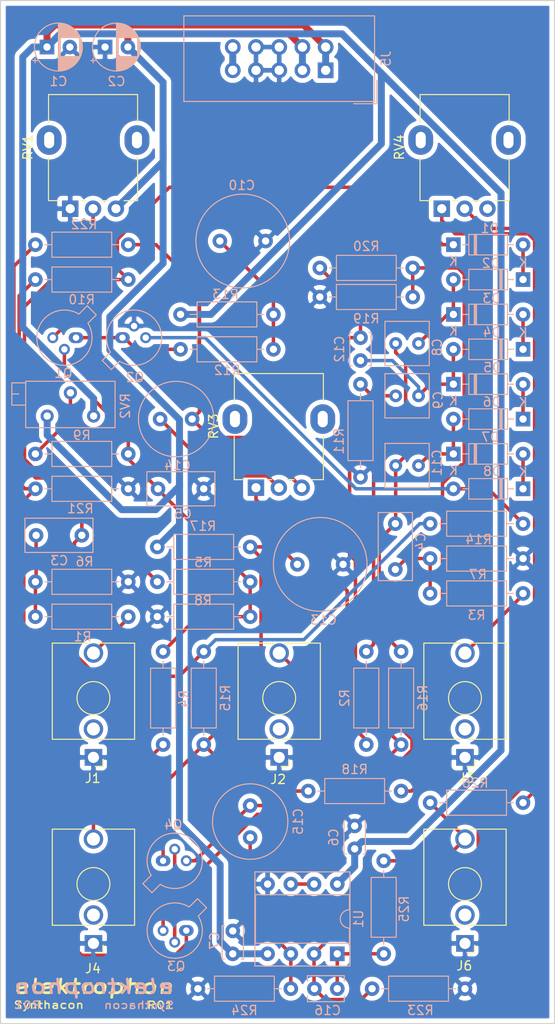
<source format=kicad_pcb>
(kicad_pcb (version 20171130) (host pcbnew 5.1.4-e60b266~84~ubuntu19.04.1)
  (title_block (title "Synthacon VCF") (date 2019-09-22) (rev 01) (comment 1 "PCB for main circuit") (comment 2 "Original design by Ken Stone") (comment 4 "License CC BY 4.0 - Attribution 4.0 International"))
  (layers (0 F.Cu signal) (31 B.Cu signal) (34 B.Paste user) (35 F.Paste user) (36 B.SilkS user) (37 F.SilkS user) (38 B.Mask user) (39 F.Mask user) (44 Edge.Cuts user))
  (net 0 "")
  (net 1 GND)
  (net 2 -15V)
  (net 3 +15V)
  (net 4 "Net-(C3-Pad2)")
  (net 5 "Net-(C3-Pad1)")
  (net 6 "Net-(C4-Pad2)")
  (net 7 "Net-(C11-Pad2)")
  (net 8 "Net-(C5-Pad2)")
  (net 9 "Net-(C8-Pad1)")
  (net 10 "Net-(C9-Pad2)")
  (net 11 "Net-(C12-Pad2)")
  (net 12 "Net-(C10-Pad1)")
  (net 13 "Net-(C11-Pad1)")
  (net 14 "Net-(C12-Pad1)")
  (net 15 "Net-(C13-Pad2)")
  (net 16 "Net-(C14-Pad2)")
  (net 17 "Net-(C14-Pad1)")
  (net 18 "Net-(C15-Pad2)")
  (net 19 "Net-(C15-Pad1)")
  (net 20 "Net-(C16-Pad2)")
  (net 21 "Net-(C16-Pad1)")
  (net 22 "Net-(D1-Pad2)")
  (net 23 "Net-(D1-Pad1)")
  (net 24 "Net-(D3-Pad2)")
  (net 25 "Net-(D5-Pad2)")
  (net 26 "Net-(D7-Pad2)")
  (net 27 "Net-(D8-Pad2)")
  (net 28 "Net-(J1-PadTN)")
  (net 29 "Net-(J1-PadT)")
  (net 30 "Net-(J2-PadTN)")
  (net 31 "Net-(J2-PadT)")
  (net 32 "Net-(J3-PadTN)")
  (net 33 "Net-(J3-PadT)")
  (net 34 "Net-(J4-PadTN)")
  (net 35 "Net-(J4-PadT)")
  (net 36 +5V)
  (net 37 "Net-(J6-PadTN)")
  (net 38 "Net-(J6-PadT)")
  (net 39 "Net-(Q1-Pad1)")
  (net 40 "Net-(Q3-Pad3)")
  (net 41 "Net-(Q3-Pad1)")
  (net 42 "Net-(R5-Pad2)")
  (net 43 "Net-(R9-Pad1)")
  (net 44 "Net-(R18-Pad1)")
  (net 45 "Net-(R26-Pad2)")
  (net 46 "Net-(RV4-Pad3)")
  (net 47 "Net-(U1-Pad6)")
  (module Capacitor_THT:C_Radial_D10.0mm_H20.0mm_P5.00mm (layer B.Cu) (at 74.79 77.07)
    (fp_text reference C10 (at 2.4 -6.09) (layer B.SilkS) (effects (justify mirror)))
    (fp_text value 47u)
    (pad 2 thru_hole circle (at 5 0) (size 1.6 1.6) (drill 0.8) (layers *.Cu *.Mask) (net 1 GND))
    (pad 1 thru_hole circle (at 0 0) (size 1.6 1.6) (drill 0.8) (layers *.Cu *.Mask) (net 12 "Net-(C10-Pad1)"))
  )
  (module "elektrophon:elektrophon logo" (layer F.Cu) (at 61.03 159.53)
    (fp_text reference REF** hide)
    (fp_text value "elektrophon logo" hide)
    (fp_text user Synthacon (at 8.84 1.02) (layer B.SilkS) (effects (font (size 0.8 1)) (justify left mirror)))
    (fp_text user R01 (at -8.83 1) (layer B.SilkS) (effects (font (size 0.8 1)) (justify right mirror)))
    (fp_text user elektrophon (at 0 -1.016) (layer B.SilkS) (effects (font (size 1.5 2) (thickness 0.3) italic) (justify mirror)))
    (fp_text user R01 (at 8.8 1.02) (layer F.SilkS) (effects (font (size 0.8 1)) (justify right)))
    (fp_text user Synthacon (at -8.88 1) (layer F.SilkS) (effects (font (size 0.8 1)) (justify left)))
    (fp_text user elektrophon (at 0 -1.016) (layer F.SilkS) (effects (font (size 1.5 2) (thickness 0.3) italic)))
  )
  (module Capacitor_THT:C_Radial_D8.0mm_H7.0mm_P3.50mm (layer B.Cu) (at 71.755 96.52 180)
    (fp_text reference C14 (at 1.605 -5.06) (layer B.SilkS) (effects (justify mirror)))
    (fp_text value 10u)
    (pad 2 thru_hole circle (at 3.5 0 180) (size 1.6 1.6) (drill 0.8) (layers *.Cu *.Mask) (net 16 "Net-(C14-Pad2)"))
    (pad 1 thru_hole circle (at 0 0 180) (size 1.6 1.6) (drill 0.8) (layers *.Cu *.Mask) (net 17 "Net-(C14-Pad1)"))
  )
  (module Potentiometer_THT:Potentiometer_Bourns_3296Z_Horizontal (layer B.Cu) (at 60.98 96.19)
    (fp_text reference RV2 (at 3.46 -1.1 90) (layer B.SilkS) (effects (justify mirror)))
    (fp_text value 100k)
    (pad 3 thru_hole circle (at -5.08 0) (size 1.44 1.44) (drill 0.8) (layers *.Cu *.Mask) (net 3 +15V))
    (pad 2 thru_hole circle (at -2.54 -2.54) (size 1.44 1.44) (drill 0.8) (layers *.Cu *.Mask) (net 43 "Net-(R9-Pad1)"))
    (pad 1 thru_hole circle (at 0 0) (size 1.44 1.44) (drill 0.8) (layers *.Cu *.Mask) (net 2 -15V))
  )
  (module Package_DIP:DIP-8_W7.62mm_Socket (layer B.Cu) (at 87.63 154.94 90)
    (fp_text reference U1 (at 3.81 2.33 90) (layer B.SilkS) (effects (justify mirror)))
    (fp_text value TL072)
    (pad 8 thru_hole oval (at 7.62 0 90) (size 1.6 1.6) (drill 0.8) (layers *.Cu *.Mask) (net 2 -15V))
    (pad 4 thru_hole oval (at 0 -7.62 90) (size 1.6 1.6) (drill 0.8) (layers *.Cu *.Mask) (net 3 +15V))
    (pad 7 thru_hole oval (at 7.62 -2.54 90) (size 1.6 1.6) (drill 0.8) (layers *.Cu *.Mask) (net 47 "Net-(U1-Pad6)"))
    (pad 3 thru_hole oval (at 0 -5.08 90) (size 1.6 1.6) (drill 0.8) (layers *.Cu *.Mask) (net 19 "Net-(C15-Pad1)"))
    (pad 6 thru_hole oval (at 7.62 -5.08 90) (size 1.6 1.6) (drill 0.8) (layers *.Cu *.Mask) (net 47 "Net-(U1-Pad6)"))
    (pad 2 thru_hole oval (at 0 -2.54 90) (size 1.6 1.6) (drill 0.8) (layers *.Cu *.Mask) (net 20 "Net-(C16-Pad2)"))
    (pad 5 thru_hole oval (at 7.62 -7.62 90) (size 1.6 1.6) (drill 0.8) (layers *.Cu *.Mask) (net 1 GND))
    (pad 1 thru_hole rect (at 0 0 90) (size 1.6 1.6) (drill 0.8) (layers *.Cu *.Mask) (net 21 "Net-(C16-Pad1)"))
  )
  (module elektrophon:Potentiometer_Alpha_RD901F-40-00D_Single_Vertical (layer F.Cu) (at 101.6 66.04 90)
    (fp_text reference RV4 (at -0.79 -7.18 90) (layer F.SilkS))
    (fp_text value 100k)
    (pad "" thru_hole oval (at 0 -4.84 180) (size 2.72 3.24) (drill oval 1.1 1.8) (layers *.Cu *.Mask))
    (pad "" thru_hole oval (at 0 4.76 180) (size 2.72 3.24) (drill oval 1.1 1.8) (layers *.Cu *.Mask))
    (pad 3 thru_hole circle (at -7.5 2.46 180) (size 1.8 1.8) (drill 1) (layers *.Cu *.Mask) (net 46 "Net-(RV4-Pad3)"))
    (pad 2 thru_hole circle (at -7.5 -0.04 180) (size 1.8 1.8) (drill 1) (layers *.Cu *.Mask) (net 45 "Net-(R26-Pad2)"))
    (pad 1 thru_hole rect (at -7.5 -2.54 180) (size 1.8 1.8) (drill 1) (layers *.Cu *.Mask) (net 20 "Net-(C16-Pad2)"))
  )
  (module elektrophon:Potentiometer_Alpha_RD901F-40-00D_Single_Vertical (layer F.Cu) (at 81.28 96.52 90)
    (fp_text reference RV3 (at -0.79 -7.18 90) (layer F.SilkS))
    (fp_text value 1k)
    (pad "" thru_hole oval (at 0 -4.84 180) (size 2.72 3.24) (drill oval 1.1 1.8) (layers *.Cu *.Mask))
    (pad "" thru_hole oval (at 0 4.76 180) (size 2.72 3.24) (drill oval 1.1 1.8) (layers *.Cu *.Mask))
    (pad 3 thru_hole circle (at -7.5 2.46 180) (size 1.8 1.8) (drill 1) (layers *.Cu *.Mask) (net 17 "Net-(C14-Pad1)"))
    (pad 2 thru_hole circle (at -7.5 -0.04 180) (size 1.8 1.8) (drill 1) (layers *.Cu *.Mask) (net 16 "Net-(C14-Pad2)"))
    (pad 1 thru_hole rect (at -7.5 -2.54 180) (size 1.8 1.8) (drill 1) (layers *.Cu *.Mask) (net 18 "Net-(C15-Pad2)"))
  )
  (module elektrophon:Potentiometer_Alpha_RD901F-40-00D_Single_Vertical (layer F.Cu) (at 60.96 66.04 90)
    (fp_text reference RV1 (at -0.79 -7.18 90) (layer F.SilkS))
    (fp_text value 100k)
    (pad "" thru_hole oval (at 0 -4.84 180) (size 2.72 3.24) (drill oval 1.1 1.8) (layers *.Cu *.Mask))
    (pad "" thru_hole oval (at 0 4.76 180) (size 2.72 3.24) (drill oval 1.1 1.8) (layers *.Cu *.Mask))
    (pad 3 thru_hole circle (at -7.5 2.46 180) (size 1.8 1.8) (drill 1) (layers *.Cu *.Mask) (net 3 +15V))
    (pad 2 thru_hole circle (at -7.5 -0.04 180) (size 1.8 1.8) (drill 1) (layers *.Cu *.Mask) (net 42 "Net-(R5-Pad2)"))
    (pad 1 thru_hole rect (at -7.5 -2.54 180) (size 1.8 1.8) (drill 1) (layers *.Cu *.Mask) (net 1 GND))
  )
  (module Resistor_THT:R_Axial_DIN0207_L6.3mm_D2.5mm_P10.16mm_Horizontal (layer B.Cu) (at 97.79 138.43)
    (fp_text reference R26 (at 4.93 -2.15) (layer B.SilkS) (effects (justify mirror)))
    (fp_text value 47k)
    (pad 2 thru_hole oval (at 10.16 0) (size 1.6 1.6) (drill 0.8) (layers *.Cu *.Mask) (net 45 "Net-(R26-Pad2)"))
    (pad 1 thru_hole circle (at 0 0) (size 1.6 1.6) (drill 0.8) (layers *.Cu *.Mask) (net 38 "Net-(J6-PadT)"))
  )
  (module Resistor_THT:R_Axial_DIN0207_L6.3mm_D2.5mm_P10.16mm_Horizontal (layer B.Cu) (at 92.71 144.78 270)
    (fp_text reference R25 (at 5.27 -2.23 90) (layer B.SilkS) (effects (justify mirror)))
    (fp_text value 330)
    (pad 2 thru_hole oval (at 10.16 0 270) (size 1.6 1.6) (drill 0.8) (layers *.Cu *.Mask) (net 21 "Net-(C16-Pad1)"))
    (pad 1 thru_hole circle (at 0 0 270) (size 1.6 1.6) (drill 0.8) (layers *.Cu *.Mask) (net 38 "Net-(J6-PadT)"))
  )
  (module Resistor_THT:R_Axial_DIN0207_L6.3mm_D2.5mm_P10.16mm_Horizontal (layer B.Cu) (at 72.39 158.75)
    (fp_text reference R24 (at 5.08 2.37) (layer B.SilkS) (effects (justify mirror)))
    (fp_text value 100k)
    (pad 2 thru_hole oval (at 10.16 0) (size 1.6 1.6) (drill 0.8) (layers *.Cu *.Mask) (net 19 "Net-(C15-Pad1)"))
    (pad 1 thru_hole circle (at 0 0) (size 1.6 1.6) (drill 0.8) (layers *.Cu *.Mask) (net 1 GND))
  )
  (module Resistor_THT:R_Axial_DIN0207_L6.3mm_D2.5mm_P10.16mm_Horizontal (layer B.Cu) (at 101.6 158.75 180)
    (fp_text reference R23 (at 4.87 -2.36) (layer B.SilkS) (effects (justify mirror)))
    (fp_text value 10k)
    (pad 2 thru_hole oval (at 10.16 0 180) (size 1.6 1.6) (drill 0.8) (layers *.Cu *.Mask) (net 20 "Net-(C16-Pad2)"))
    (pad 1 thru_hole circle (at 0 0 180) (size 1.6 1.6) (drill 0.8) (layers *.Cu *.Mask) (net 1 GND))
  )
  (module Resistor_THT:R_Axial_DIN0207_L6.3mm_D2.5mm_P10.16mm_Horizontal (layer B.Cu) (at 64.77 77.47 180)
    (fp_text reference R22 (at 4.84 2.21) (layer B.SilkS) (effects (justify mirror)))
    (fp_text value 1k)
    (pad 2 thru_hole oval (at 10.16 0 180) (size 1.6 1.6) (drill 0.8) (layers *.Cu *.Mask) (net 41 "Net-(Q3-Pad1)"))
    (pad 1 thru_hole circle (at 0 0 180) (size 1.6 1.6) (drill 0.8) (layers *.Cu *.Mask) (net 17 "Net-(C14-Pad1)"))
  )
  (module Resistor_THT:R_Axial_DIN0207_L6.3mm_D2.5mm_P10.16mm_Horizontal (layer B.Cu) (at 64.77 104.14 180)
    (fp_text reference R21 (at 5.24 -2.16) (layer B.SilkS) (effects (justify mirror)))
    (fp_text value 2k2)
    (pad 2 thru_hole oval (at 10.16 0 180) (size 1.6 1.6) (drill 0.8) (layers *.Cu *.Mask) (net 41 "Net-(Q3-Pad1)"))
    (pad 1 thru_hole circle (at 0 0 180) (size 1.6 1.6) (drill 0.8) (layers *.Cu *.Mask) (net 1 GND))
  )
  (module Resistor_THT:R_Axial_DIN0207_L6.3mm_D2.5mm_P10.16mm_Horizontal (layer B.Cu) (at 95.885 80.01 180)
    (fp_text reference R20 (at 5.08 2.37) (layer B.SilkS) (effects (justify mirror)))
    (fp_text value 2m2)
    (pad 2 thru_hole oval (at 10.16 0 180) (size 1.6 1.6) (drill 0.8) (layers *.Cu *.Mask) (net 14 "Net-(C12-Pad1)"))
    (pad 1 thru_hole circle (at 0 0 180) (size 1.6 1.6) (drill 0.8) (layers *.Cu *.Mask) (net 44 "Net-(R18-Pad1)"))
  )
  (module Resistor_THT:R_Axial_DIN0207_L6.3mm_D2.5mm_P10.16mm_Horizontal (layer B.Cu) (at 85.725 83.185)
    (fp_text reference R19 (at 5.08 2.37) (layer B.SilkS) (effects (justify mirror)))
    (fp_text value 2k2)
    (pad 2 thru_hole oval (at 10.16 0) (size 1.6 1.6) (drill 0.8) (layers *.Cu *.Mask) (net 44 "Net-(R18-Pad1)"))
    (pad 1 thru_hole circle (at 0 0) (size 1.6 1.6) (drill 0.8) (layers *.Cu *.Mask) (net 1 GND))
  )
  (module Resistor_THT:R_Axial_DIN0207_L6.3mm_D2.5mm_P10.16mm_Horizontal (layer B.Cu) (at 94.615 137.16 180)
    (fp_text reference R18 (at 5.08 2.37) (layer B.SilkS) (effects (justify mirror)))
    (fp_text value 8k2)
    (pad 2 thru_hole oval (at 10.16 0 180) (size 1.6 1.6) (drill 0.8) (layers *.Cu *.Mask) (net 15 "Net-(C13-Pad2)"))
    (pad 1 thru_hole circle (at 0 0 180) (size 1.6 1.6) (drill 0.8) (layers *.Cu *.Mask) (net 44 "Net-(R18-Pad1)"))
  )
  (module Resistor_THT:R_Axial_DIN0207_L6.3mm_D2.5mm_P10.16mm_Horizontal (layer B.Cu) (at 78.105 110.49 180)
    (fp_text reference R17 (at 5.165 2.28) (layer B.SilkS) (effects (justify mirror)))
    (fp_text value 390)
    (pad 2 thru_hole oval (at 10.16 0 180) (size 1.6 1.6) (drill 0.8) (layers *.Cu *.Mask) (net 3 +15V))
    (pad 1 thru_hole circle (at 0 0 180) (size 1.6 1.6) (drill 0.8) (layers *.Cu *.Mask) (net 15 "Net-(C13-Pad2)"))
  )
  (module Resistor_THT:R_Axial_DIN0207_L6.3mm_D2.5mm_P10.16mm_Horizontal (layer B.Cu) (at 94.615 132.08 90)
    (fp_text reference R16 (at 5.08 2.37 90) (layer B.SilkS) (effects (justify mirror)))
    (fp_text value 1k)
    (pad 2 thru_hole oval (at 10.16 0 90) (size 1.6 1.6) (drill 0.8) (layers *.Cu *.Mask) (net 7 "Net-(C11-Pad2)"))
    (pad 1 thru_hole circle (at 0 0 90) (size 1.6 1.6) (drill 0.8) (layers *.Cu *.Mask) (net 18 "Net-(C15-Pad2)"))
  )
  (module Resistor_THT:R_Axial_DIN0207_L6.3mm_D2.5mm_P10.16mm_Horizontal (layer B.Cu) (at 73.025 132.08 90)
    (fp_text reference R15 (at 5.08 2.37 90) (layer B.SilkS) (effects (justify mirror)))
    (fp_text value 1k)
    (pad 2 thru_hole oval (at 10.16 0 90) (size 1.6 1.6) (drill 0.8) (layers *.Cu *.Mask) (net 5 "Net-(C3-Pad1)"))
    (pad 1 thru_hole circle (at 0 0 90) (size 1.6 1.6) (drill 0.8) (layers *.Cu *.Mask) (net 15 "Net-(C13-Pad2)"))
  )
  (module Resistor_THT:R_Axial_DIN0207_L6.3mm_D2.5mm_P10.16mm_Horizontal (layer B.Cu) (at 107.95 107.95 180)
    (fp_text reference R14 (at 4.86 -1.73) (layer B.SilkS) (effects (justify mirror)))
    (fp_text value 2k2)
    (pad 2 thru_hole oval (at 10.16 0 180) (size 1.6 1.6) (drill 0.8) (layers *.Cu *.Mask) (net 5 "Net-(C3-Pad1)"))
    (pad 1 thru_hole circle (at 0 0 180) (size 1.6 1.6) (drill 0.8) (layers *.Cu *.Mask) (net 27 "Net-(D8-Pad2)"))
  )
  (module Resistor_THT:R_Axial_DIN0207_L6.3mm_D2.5mm_P10.16mm_Horizontal (layer B.Cu) (at 70.485 85.09)
    (fp_text reference R13 (at 4.925 -2.2) (layer B.SilkS) (effects (justify mirror)))
    (fp_text value 82)
    (pad 2 thru_hole oval (at 10.16 0) (size 1.6 1.6) (drill 0.8) (layers *.Cu *.Mask) (net 12 "Net-(C10-Pad1)"))
    (pad 1 thru_hole circle (at 0 0) (size 1.6 1.6) (drill 0.8) (layers *.Cu *.Mask) (net 2 -15V))
  )
  (module Resistor_THT:R_Axial_DIN0207_L6.3mm_D2.5mm_P10.16mm_Horizontal (layer B.Cu) (at 80.645 88.9 180)
    (fp_text reference R12 (at 5.055 -2.29) (layer B.SilkS) (effects (justify mirror)))
    (fp_text value 3k9)
    (pad 2 thru_hole oval (at 10.16 0 180) (size 1.6 1.6) (drill 0.8) (layers *.Cu *.Mask) (net 39 "Net-(Q1-Pad1)"))
    (pad 1 thru_hole circle (at 0 0 180) (size 1.6 1.6) (drill 0.8) (layers *.Cu *.Mask) (net 12 "Net-(C10-Pad1)"))
  )
  (module Resistor_THT:R_Axial_DIN0207_L6.3mm_D2.5mm_P10.16mm_Horizontal (layer B.Cu) (at 90.17 102.87 90)
    (fp_text reference R11 (at 3.93 -2.35 90) (layer B.SilkS) (effects (justify mirror)))
    (fp_text value 1k)
    (pad 2 thru_hole oval (at 10.16 0 90) (size 1.6 1.6) (drill 0.8) (layers *.Cu *.Mask) (net 10 "Net-(C9-Pad2)"))
    (pad 1 thru_hole circle (at 0 0 90) (size 1.6 1.6) (drill 0.8) (layers *.Cu *.Mask) (net 1 GND))
  )
  (module Resistor_THT:R_Axial_DIN0207_L6.3mm_D2.5mm_P10.16mm_Horizontal (layer B.Cu) (at 64.77 81.28 180)
    (fp_text reference R10 (at 5.09 -2.19) (layer B.SilkS) (effects (justify mirror)))
    (fp_text value 2k2)
    (pad 2 thru_hole oval (at 10.16 0 180) (size 1.6 1.6) (drill 0.8) (layers *.Cu *.Mask) (net 5 "Net-(C3-Pad1)"))
    (pad 1 thru_hole circle (at 0 0 180) (size 1.6 1.6) (drill 0.8) (layers *.Cu *.Mask) (net 23 "Net-(D1-Pad1)"))
  )
  (module Resistor_THT:R_Axial_DIN0207_L6.3mm_D2.5mm_P10.16mm_Horizontal (layer B.Cu) (at 54.61 100.33)
    (fp_text reference R9 (at 5.08 -2.04) (layer B.SilkS) (effects (justify mirror)))
    (fp_text value 220k)
    (pad 2 thru_hole oval (at 10.16 0) (size 1.6 1.6) (drill 0.8) (layers *.Cu *.Mask) (net 8 "Net-(C5-Pad2)"))
    (pad 1 thru_hole circle (at 0 0) (size 1.6 1.6) (drill 0.8) (layers *.Cu *.Mask) (net 43 "Net-(R9-Pad1)"))
  )
  (module Resistor_THT:R_Axial_DIN0207_L6.3mm_D2.5mm_P10.16mm_Horizontal (layer B.Cu) (at 67.945 118.11)
    (fp_text reference R8 (at 5.005 -1.77) (layer B.SilkS) (effects (justify mirror)))
    (fp_text value 1k)
    (pad 2 thru_hole oval (at 10.16 0) (size 1.6 1.6) (drill 0.8) (layers *.Cu *.Mask) (net 8 "Net-(C5-Pad2)"))
    (pad 1 thru_hole circle (at 0 0) (size 1.6 1.6) (drill 0.8) (layers *.Cu *.Mask) (net 1 GND))
  )
  (module Resistor_THT:R_Axial_DIN0207_L6.3mm_D2.5mm_P10.16mm_Horizontal (layer B.Cu) (at 107.95 111.76 180)
    (fp_text reference R7 (at 4.93 -1.74) (layer B.SilkS) (effects (justify mirror)))
    (fp_text value 180k)
    (pad 2 thru_hole oval (at 10.16 0 180) (size 1.6 1.6) (drill 0.8) (layers *.Cu *.Mask) (net 6 "Net-(C4-Pad2)"))
    (pad 1 thru_hole circle (at 0 0 180) (size 1.6 1.6) (drill 0.8) (layers *.Cu *.Mask) (net 1 GND))
  )
  (module Resistor_THT:R_Axial_DIN0207_L6.3mm_D2.5mm_P10.16mm_Horizontal (layer B.Cu) (at 64.77 114.3 180)
    (fp_text reference R6 (at 4.78 2.2) (layer B.SilkS) (effects (justify mirror)))
    (fp_text value 390k)
    (pad 2 thru_hole oval (at 10.16 0 180) (size 1.6 1.6) (drill 0.8) (layers *.Cu *.Mask) (net 4 "Net-(C3-Pad2)"))
    (pad 1 thru_hole circle (at 0 0 180) (size 1.6 1.6) (drill 0.8) (layers *.Cu *.Mask) (net 1 GND))
  )
  (module Resistor_THT:R_Axial_DIN0207_L6.3mm_D2.5mm_P10.16mm_Horizontal (layer B.Cu) (at 78.105 114.3 180)
    (fp_text reference R5 (at 5.135 2.12) (layer B.SilkS) (effects (justify mirror)))
    (fp_text value 220k)
    (pad 2 thru_hole oval (at 10.16 0 180) (size 1.6 1.6) (drill 0.8) (layers *.Cu *.Mask) (net 42 "Net-(R5-Pad2)"))
    (pad 1 thru_hole circle (at 0 0 180) (size 1.6 1.6) (drill 0.8) (layers *.Cu *.Mask) (net 8 "Net-(C5-Pad2)"))
  )
  (module Resistor_THT:R_Axial_DIN0207_L6.3mm_D2.5mm_P10.16mm_Horizontal (layer B.Cu) (at 68.58 121.92 270)
    (fp_text reference R4 (at 5.17 -2.28 90) (layer B.SilkS) (effects (justify mirror)))
    (fp_text value 220k)
    (pad 2 thru_hole oval (at 10.16 0 270) (size 1.6 1.6) (drill 0.8) (layers *.Cu *.Mask) (net 35 "Net-(J4-PadT)"))
    (pad 1 thru_hole circle (at 0 0 270) (size 1.6 1.6) (drill 0.8) (layers *.Cu *.Mask) (net 8 "Net-(C5-Pad2)"))
  )
  (module Resistor_THT:R_Axial_DIN0207_L6.3mm_D2.5mm_P10.16mm_Horizontal (layer B.Cu) (at 97.79 115.57)
    (fp_text reference R3 (at 5.08 2.37) (layer B.SilkS) (effects (justify mirror)))
    (fp_text value 47k)
    (pad 2 thru_hole oval (at 10.16 0) (size 1.6 1.6) (drill 0.8) (layers *.Cu *.Mask) (net 33 "Net-(J3-PadT)"))
    (pad 1 thru_hole circle (at 0 0) (size 1.6 1.6) (drill 0.8) (layers *.Cu *.Mask) (net 6 "Net-(C4-Pad2)"))
  )
  (module Resistor_THT:R_Axial_DIN0207_L6.3mm_D2.5mm_P10.16mm_Horizontal (layer B.Cu) (at 90.805 121.92 270)
    (fp_text reference R2 (at 5.08 2.37 90) (layer B.SilkS) (effects (justify mirror)))
    (fp_text value 47k)
    (pad 2 thru_hole oval (at 10.16 0 270) (size 1.6 1.6) (drill 0.8) (layers *.Cu *.Mask) (net 31 "Net-(J2-PadT)"))
    (pad 1 thru_hole circle (at 0 0 270) (size 1.6 1.6) (drill 0.8) (layers *.Cu *.Mask) (net 10 "Net-(C9-Pad2)"))
  )
  (module Resistor_THT:R_Axial_DIN0207_L6.3mm_D2.5mm_P10.16mm_Horizontal (layer B.Cu) (at 54.61 118.11)
    (fp_text reference R1 (at 5.17 2.19) (layer B.SilkS) (effects (justify mirror)))
    (fp_text value 47k)
    (pad 2 thru_hole oval (at 10.16 0) (size 1.6 1.6) (drill 0.8) (layers *.Cu *.Mask) (net 29 "Net-(J1-PadT)"))
    (pad 1 thru_hole circle (at 0 0) (size 1.6 1.6) (drill 0.8) (layers *.Cu *.Mask) (net 4 "Net-(C3-Pad2)"))
  )
  (module Package_TO_SOT_THT:TO-18-3 (layer B.Cu) (at 68.58 144.78)
    (fp_text reference Q4 (at 1.11 -3.94) (layer B.SilkS) (effects (justify mirror)))
    (fp_text value 2N2907)
    (pad 3 thru_hole oval (at 2.54 0) (size 1.2 1.2) (drill 0.7) (layers *.Cu *.Mask) (net 18 "Net-(C15-Pad2)"))
    (pad 2 thru_hole oval (at 1.27 -1.27) (size 1.2 1.2) (drill 0.7) (layers *.Cu *.Mask) (net 40 "Net-(Q3-Pad3)"))
    (pad 1 thru_hole oval (at 0 0) (size 1.6 1.2) (drill 0.7) (layers *.Cu *.Mask) (net 15 "Net-(C13-Pad2)"))
  )
  (module Package_TO_SOT_THT:TO-18-3 (layer B.Cu) (at 71.12 152.4 180)
    (fp_text reference Q3 (at 1.11 -3.9) (layer B.SilkS) (effects (justify mirror)))
    (fp_text value 2n2222)
    (pad 3 thru_hole oval (at 2.54 0 180) (size 1.2 1.2) (drill 0.7) (layers *.Cu *.Mask) (net 40 "Net-(Q3-Pad3)"))
    (pad 2 thru_hole oval (at 1.27 -1.27 180) (size 1.2 1.2) (drill 0.7) (layers *.Cu *.Mask) (net 14 "Net-(C12-Pad1)"))
    (pad 1 thru_hole oval (at 0 0 180) (size 1.6 1.2) (drill 0.7) (layers *.Cu *.Mask) (net 41 "Net-(Q3-Pad1)"))
  )
  (module Package_TO_SOT_THT:TO-18-3 (layer B.Cu) (at 64.135 87.63)
    (fp_text reference Q2 (at 1.365 4.33) (layer B.SilkS) (effects (justify mirror)))
    (fp_text value 2n2222)
    (pad 3 thru_hole oval (at 2.54 0) (size 1.2 1.2) (drill 0.7) (layers *.Cu *.Mask) (net 27 "Net-(D8-Pad2)"))
    (pad 2 thru_hole oval (at 1.27 -1.27) (size 1.2 1.2) (drill 0.7) (layers *.Cu *.Mask) (net 1 GND))
    (pad 1 thru_hole oval (at 0 0) (size 1.6 1.2) (drill 0.7) (layers *.Cu *.Mask) (net 39 "Net-(Q1-Pad1)"))
  )
  (module Package_TO_SOT_THT:TO-18-3 (layer B.Cu) (at 59.055 87.63 180)
    (fp_text reference Q1 (at 1.385 -3.88) (layer B.SilkS) (effects (justify mirror)))
    (fp_text value 2n2222)
    (pad 3 thru_hole oval (at 2.54 0 180) (size 1.2 1.2) (drill 0.7) (layers *.Cu *.Mask) (net 23 "Net-(D1-Pad1)"))
    (pad 2 thru_hole oval (at 1.27 -1.27 180) (size 1.2 1.2) (drill 0.7) (layers *.Cu *.Mask) (net 8 "Net-(C5-Pad2)"))
    (pad 1 thru_hole oval (at 0 0 180) (size 1.6 1.2) (drill 0.7) (layers *.Cu *.Mask) (net 39 "Net-(Q1-Pad1)"))
  )
  (module elektrophon:Jack_3.5mm_QingPu_WQP-PJ398SM_Vertical_CircularHoles (layer F.Cu) (at 101.6 147.32 180)
    (fp_text reference J6 (at 0.07 -8.93) (layer F.SilkS))
    (fp_text value out)
    (pad TN thru_hole circle (at 0 -3.38) (size 2.13 2.13) (drill 1.42) (layers *.Cu *.Mask) (net 37 "Net-(J6-PadTN)"))
    (pad S thru_hole rect (at 0 -6.48) (size 1.93 1.83) (drill 1.22) (layers *.Cu *.Mask) (net 1 GND))
    (pad T thru_hole circle (at 0 4.92) (size 2.13 2.13) (drill 1.43) (layers *.Cu *.Mask) (net 38 "Net-(J6-PadT)"))
  )
  (module Connector_IDC:IDC-Header_2x05_P2.54mm_Vertical (layer B.Cu) (at 86.36 58.42 90)
    (fp_text reference J5 (at 1.27 6.604 90) (layer B.SilkS) (effects (justify mirror)))
    (fp_text value "IDC Header")
    (pad 10 thru_hole oval (at 2.54 -10.16 90) (size 1.7272 1.7272) (drill 1.016) (layers *.Cu *.Mask) (net 36 +5V))
    (pad 9 thru_hole oval (at 0 -10.16 90) (size 1.7272 1.7272) (drill 1.016) (layers *.Cu *.Mask) (net 36 +5V))
    (pad 8 thru_hole oval (at 2.54 -7.62 90) (size 1.7272 1.7272) (drill 1.016) (layers *.Cu *.Mask) (net 1 GND))
    (pad 7 thru_hole oval (at 0 -7.62 90) (size 1.7272 1.7272) (drill 1.016) (layers *.Cu *.Mask) (net 1 GND))
    (pad 6 thru_hole oval (at 2.54 -5.08 90) (size 1.7272 1.7272) (drill 1.016) (layers *.Cu *.Mask) (net 1 GND))
    (pad 5 thru_hole oval (at 0 -5.08 90) (size 1.7272 1.7272) (drill 1.016) (layers *.Cu *.Mask) (net 1 GND))
    (pad 4 thru_hole oval (at 2.54 -2.54 90) (size 1.7272 1.7272) (drill 1.016) (layers *.Cu *.Mask) (net 3 +15V))
    (pad 3 thru_hole oval (at 0 -2.54 90) (size 1.7272 1.7272) (drill 1.016) (layers *.Cu *.Mask) (net 3 +15V))
    (pad 2 thru_hole oval (at 2.54 0 90) (size 1.7272 1.7272) (drill 1.016) (layers *.Cu *.Mask) (net 2 -15V))
    (pad 1 thru_hole rect (at 0 0 90) (size 1.7272 1.7272) (drill 1.016) (layers *.Cu *.Mask) (net 2 -15V))
  )
  (module elektrophon:Jack_3.5mm_QingPu_WQP-PJ398SM_Vertical_CircularHoles (layer F.Cu) (at 60.96 147.32 180)
    (fp_text reference J4 (at 0.05 -9.23) (layer F.SilkS))
    (fp_text value CV)
    (pad TN thru_hole circle (at 0 -3.38) (size 2.13 2.13) (drill 1.42) (layers *.Cu *.Mask) (net 34 "Net-(J4-PadTN)"))
    (pad S thru_hole rect (at 0 -6.48) (size 1.93 1.83) (drill 1.22) (layers *.Cu *.Mask) (net 1 GND))
    (pad T thru_hole circle (at 0 4.92) (size 2.13 2.13) (drill 1.43) (layers *.Cu *.Mask) (net 35 "Net-(J4-PadT)"))
  )
  (module elektrophon:Jack_3.5mm_QingPu_WQP-PJ398SM_Vertical_CircularHoles (layer F.Cu) (at 101.6 127 180)
    (fp_text reference J3 (at -0.15 -8.74) (layer F.SilkS))
    (fp_text value BP)
    (pad TN thru_hole circle (at 0 -3.38) (size 2.13 2.13) (drill 1.42) (layers *.Cu *.Mask) (net 32 "Net-(J3-PadTN)"))
    (pad S thru_hole rect (at 0 -6.48) (size 1.93 1.83) (drill 1.22) (layers *.Cu *.Mask) (net 1 GND))
    (pad T thru_hole circle (at 0 4.92) (size 2.13 2.13) (drill 1.43) (layers *.Cu *.Mask) (net 33 "Net-(J3-PadT)"))
  )
  (module elektrophon:Jack_3.5mm_QingPu_WQP-PJ398SM_Vertical_CircularHoles (layer F.Cu) (at 81.28 127 180)
    (fp_text reference J2 (at 0.11 -8.88) (layer F.SilkS))
    (fp_text value HP)
    (pad TN thru_hole circle (at 0 -3.38) (size 2.13 2.13) (drill 1.42) (layers *.Cu *.Mask) (net 30 "Net-(J2-PadTN)"))
    (pad S thru_hole rect (at 0 -6.48) (size 1.93 1.83) (drill 1.22) (layers *.Cu *.Mask) (net 1 GND))
    (pad T thru_hole circle (at 0 4.92) (size 2.13 2.13) (drill 1.43) (layers *.Cu *.Mask) (net 31 "Net-(J2-PadT)"))
  )
  (module elektrophon:Jack_3.5mm_QingPu_WQP-PJ398SM_Vertical_CircularHoles (layer F.Cu) (at 60.96 127 180)
    (fp_text reference J1 (at 0.07 -8.76) (layer F.SilkS))
    (fp_text value LP)
    (pad TN thru_hole circle (at 0 -3.38) (size 2.13 2.13) (drill 1.42) (layers *.Cu *.Mask) (net 28 "Net-(J1-PadTN)"))
    (pad S thru_hole rect (at 0 -6.48) (size 1.93 1.83) (drill 1.22) (layers *.Cu *.Mask) (net 1 GND))
    (pad T thru_hole circle (at 0 4.92) (size 2.13 2.13) (drill 1.43) (layers *.Cu *.Mask) (net 29 "Net-(J1-PadT)"))
  )
  (module Diode_THT:D_DO-35_SOD27_P7.62mm_Horizontal (layer B.Cu) (at 107.95 104.14 180)
    (fp_text reference D8 (at 3.39 1.92) (layer B.SilkS) (effects (justify mirror)))
    (fp_text value 1N4148)
    (fp_text user K (at 0 1.8) (layer B.SilkS) (effects (justify mirror)))
    (pad 2 thru_hole oval (at 7.62 0 180) (size 1.6 1.6) (drill 0.8) (layers *.Cu *.Mask) (net 27 "Net-(D8-Pad2)"))
    (pad 1 thru_hole rect (at 0 0 180) (size 1.6 1.6) (drill 0.8) (layers *.Cu *.Mask) (net 26 "Net-(D7-Pad2)"))
  )
  (module Diode_THT:D_DO-35_SOD27_P7.62mm_Horizontal (layer B.Cu) (at 100.33 100.33)
    (fp_text reference D7 (at 4.04 -1.84) (layer B.SilkS) (effects (justify mirror)))
    (fp_text value 1N4148)
    (fp_text user K (at 0 1.8) (layer B.SilkS) (effects (justify mirror)))
    (pad 2 thru_hole oval (at 7.62 0) (size 1.6 1.6) (drill 0.8) (layers *.Cu *.Mask) (net 26 "Net-(D7-Pad2)"))
    (pad 1 thru_hole rect (at 0 0) (size 1.6 1.6) (drill 0.8) (layers *.Cu *.Mask) (net 13 "Net-(C11-Pad1)"))
  )
  (module Diode_THT:D_DO-35_SOD27_P7.62mm_Horizontal (layer B.Cu) (at 107.95 96.52 180)
    (fp_text reference D6 (at 3.43 1.87) (layer B.SilkS) (effects (justify mirror)))
    (fp_text value 1N4148)
    (fp_text user K (at 0 1.8) (layer B.SilkS) (effects (justify mirror)))
    (pad 2 thru_hole oval (at 7.62 0 180) (size 1.6 1.6) (drill 0.8) (layers *.Cu *.Mask) (net 13 "Net-(C11-Pad1)"))
    (pad 1 thru_hole rect (at 0 0 180) (size 1.6 1.6) (drill 0.8) (layers *.Cu *.Mask) (net 25 "Net-(D5-Pad2)"))
  )
  (module Diode_THT:D_DO-35_SOD27_P7.62mm_Horizontal (layer B.Cu) (at 100.33 92.71)
    (fp_text reference D5 (at 4.24 -1.82) (layer B.SilkS) (effects (justify mirror)))
    (fp_text value 1N4148)
    (fp_text user K (at 0 1.8) (layer B.SilkS) (effects (justify mirror)))
    (pad 2 thru_hole oval (at 7.62 0) (size 1.6 1.6) (drill 0.8) (layers *.Cu *.Mask) (net 25 "Net-(D5-Pad2)"))
    (pad 1 thru_hole rect (at 0 0) (size 1.6 1.6) (drill 0.8) (layers *.Cu *.Mask) (net 11 "Net-(C12-Pad2)"))
  )
  (module Diode_THT:D_DO-35_SOD27_P7.62mm_Horizontal (layer B.Cu) (at 107.95 88.9 180)
    (fp_text reference D4 (at 3.43 1.86) (layer B.SilkS) (effects (justify mirror)))
    (fp_text value 1N4148)
    (fp_text user K (at 0 1.8) (layer B.SilkS) (effects (justify mirror)))
    (pad 2 thru_hole oval (at 7.62 0 180) (size 1.6 1.6) (drill 0.8) (layers *.Cu *.Mask) (net 11 "Net-(C12-Pad2)"))
    (pad 1 thru_hole rect (at 0 0 180) (size 1.6 1.6) (drill 0.8) (layers *.Cu *.Mask) (net 24 "Net-(D3-Pad2)"))
  )
  (module Diode_THT:D_DO-35_SOD27_P7.62mm_Horizontal (layer B.Cu) (at 100.33 85.09)
    (fp_text reference D3 (at 4.16 -1.76) (layer B.SilkS) (effects (justify mirror)))
    (fp_text value 1N4148)
    (fp_text user K (at 0 1.8) (layer B.SilkS) (effects (justify mirror)))
    (pad 2 thru_hole oval (at 7.62 0) (size 1.6 1.6) (drill 0.8) (layers *.Cu *.Mask) (net 24 "Net-(D3-Pad2)"))
    (pad 1 thru_hole rect (at 0 0) (size 1.6 1.6) (drill 0.8) (layers *.Cu *.Mask) (net 9 "Net-(C8-Pad1)"))
  )
  (module Diode_THT:D_DO-35_SOD27_P7.62mm_Horizontal (layer B.Cu) (at 107.95 81.28 180)
    (fp_text reference D2 (at 3.53 1.79) (layer B.SilkS) (effects (justify mirror)))
    (fp_text value 1N4148)
    (fp_text user K (at 0 1.8) (layer B.SilkS) (effects (justify mirror)))
    (pad 2 thru_hole oval (at 7.62 0 180) (size 1.6 1.6) (drill 0.8) (layers *.Cu *.Mask) (net 9 "Net-(C8-Pad1)"))
    (pad 1 thru_hole rect (at 0 0 180) (size 1.6 1.6) (drill 0.8) (layers *.Cu *.Mask) (net 22 "Net-(D1-Pad2)"))
  )
  (module Diode_THT:D_DO-35_SOD27_P7.62mm_Horizontal (layer B.Cu) (at 100.33 77.47)
    (fp_text reference D1 (at 3.96 -1.78) (layer B.SilkS) (effects (justify mirror)))
    (fp_text value 1N4148)
    (fp_text user K (at 0 1.8) (layer B.SilkS) (effects (justify mirror)))
    (pad 2 thru_hole oval (at 7.62 0) (size 1.6 1.6) (drill 0.8) (layers *.Cu *.Mask) (net 22 "Net-(D1-Pad2)"))
    (pad 1 thru_hole rect (at 0 0) (size 1.6 1.6) (drill 0.8) (layers *.Cu *.Mask) (net 23 "Net-(D1-Pad1)"))
  )
  (module Capacitor_THT:C_Disc_D3.8mm_W2.6mm_P2.50mm (layer B.Cu) (at 87.63 158.75 180)
    (fp_text reference C16 (at 1.05 -2.37) (layer B.SilkS) (effects (justify mirror)))
    (fp_text value 47p)
    (pad 2 thru_hole circle (at 2.5 0 180) (size 1.6 1.6) (drill 0.8) (layers *.Cu *.Mask) (net 20 "Net-(C16-Pad2)"))
    (pad 1 thru_hole circle (at 0 0 180) (size 1.6 1.6) (drill 0.8) (layers *.Cu *.Mask) (net 21 "Net-(C16-Pad1)"))
  )
  (module Capacitor_THT:C_Radial_D8.0mm_H7.0mm_P3.50mm (layer B.Cu) (at 78.105 142.24 90)
    (fp_text reference C15 (at 1.75 5.25 90) (layer B.SilkS) (effects (justify mirror)))
    (fp_text value 10u)
    (pad 2 thru_hole circle (at 3.5 0 90) (size 1.6 1.6) (drill 0.8) (layers *.Cu *.Mask) (net 18 "Net-(C15-Pad2)"))
    (pad 1 thru_hole circle (at 0 0 90) (size 1.6 1.6) (drill 0.8) (layers *.Cu *.Mask) (net 19 "Net-(C15-Pad1)"))
  )
  (module Capacitor_THT:C_Radial_D10.0mm_H20.0mm_P5.00mm (layer B.Cu) (at 88.265 112.395 180)
    (fp_text reference C13 (at 2.135 -6.075) (layer B.SilkS) (effects (justify mirror)))
    (fp_text value 47u)
    (pad 2 thru_hole circle (at 5 0 180) (size 1.6 1.6) (drill 0.8) (layers *.Cu *.Mask) (net 15 "Net-(C13-Pad2)"))
    (pad 1 thru_hole circle (at 0 0 180) (size 1.6 1.6) (drill 0.8) (layers *.Cu *.Mask) (net 1 GND))
  )
  (module Capacitor_THT:C_Disc_D3.4mm_W2.1mm_P2.50mm (layer B.Cu) (at 90.17 87.63 270)
    (fp_text reference C12 (at 1.25 2.3 90) (layer B.SilkS) (effects (justify mirror)))
    (fp_text value 100n)
    (pad 2 thru_hole circle (at 2.5 0 270) (size 1.6 1.6) (drill 0.8) (layers *.Cu *.Mask) (net 11 "Net-(C12-Pad2)"))
    (pad 1 thru_hole circle (at 0 0 270) (size 1.6 1.6) (drill 0.8) (layers *.Cu *.Mask) (net 14 "Net-(C12-Pad1)"))
  )
  (module Capacitor_THT:C_Rect_L4.6mm_W4.6mm_P2.50mm_MKS02_FKP02 (layer B.Cu) (at 96.52 101.6 180)
    (fp_text reference C11 (at -2.02 0.3 90) (layer B.SilkS) (effects (justify mirror)))
    (fp_text value 2n2)
    (pad 2 thru_hole circle (at 2.5 0 180) (size 1.4 1.4) (drill 0.7) (layers *.Cu *.Mask) (net 7 "Net-(C11-Pad2)"))
    (pad 1 thru_hole circle (at 0 0 180) (size 1.4 1.4) (drill 0.7) (layers *.Cu *.Mask) (net 13 "Net-(C11-Pad1)"))
  )
  (module Capacitor_THT:C_Rect_L4.6mm_W4.6mm_P2.50mm_MKS02_FKP02 (layer B.Cu) (at 96.52 93.98 180)
    (fp_text reference C9 (at -2.14 -0.47 90) (layer B.SilkS) (effects (justify mirror)))
    (fp_text value 2n2)
    (pad 2 thru_hole circle (at 2.5 0 180) (size 1.4 1.4) (drill 0.7) (layers *.Cu *.Mask) (net 10 "Net-(C9-Pad2)"))
    (pad 1 thru_hole circle (at 0 0 180) (size 1.4 1.4) (drill 0.7) (layers *.Cu *.Mask) (net 11 "Net-(C12-Pad2)"))
  )
  (module Capacitor_THT:C_Rect_L4.6mm_W4.6mm_P2.50mm_MKS02_FKP02 (layer B.Cu) (at 96.52 88.265 180)
    (fp_text reference C8 (at -2.04 -0.415 270) (layer B.SilkS) (effects (justify mirror)))
    (fp_text value 2n2)
    (pad 2 thru_hole circle (at 2.5 0 180) (size 1.4 1.4) (drill 0.7) (layers *.Cu *.Mask) (net 7 "Net-(C11-Pad2)"))
    (pad 1 thru_hole circle (at 0 0 180) (size 1.4 1.4) (drill 0.7) (layers *.Cu *.Mask) (net 9 "Net-(C8-Pad1)"))
  )
  (module Capacitor_THT:C_Disc_D3.4mm_W2.1mm_P2.50mm (layer B.Cu) (at 76.2 154.94 90)
    (fp_text reference C7 (at 1.44 -2 90) (layer B.SilkS) (effects (justify mirror)))
    (fp_text value 0.1u)
    (pad 2 thru_hole circle (at 2.5 0 90) (size 1.6 1.6) (drill 0.8) (layers *.Cu *.Mask) (net 1 GND))
    (pad 1 thru_hole circle (at 0 0 90) (size 1.6 1.6) (drill 0.8) (layers *.Cu *.Mask) (net 3 +15V))
  )
  (module Capacitor_THT:C_Disc_D3.4mm_W2.1mm_P2.50mm (layer B.Cu) (at 89.535 140.97 270)
    (fp_text reference C6 (at 1.25 2.3 90) (layer B.SilkS) (effects (justify mirror)))
    (fp_text value 0.1u)
    (pad 2 thru_hole circle (at 2.5 0 270) (size 1.6 1.6) (drill 0.8) (layers *.Cu *.Mask) (net 2 -15V))
    (pad 1 thru_hole circle (at 0 0 270) (size 1.6 1.6) (drill 0.8) (layers *.Cu *.Mask) (net 1 GND))
  )
  (module Capacitor_THT:C_Rect_L7.2mm_W3.5mm_P5.00mm_FKS2_FKP2_MKS2_MKP2 (layer B.Cu) (at 73.025 104.14 180)
    (fp_text reference C5 (at 2.275 -2.74) (layer B.SilkS) (effects (justify mirror)))
    (fp_text value 1u)
    (pad 2 thru_hole circle (at 5 0 180) (size 1.6 1.6) (drill 0.8) (layers *.Cu *.Mask) (net 8 "Net-(C5-Pad2)"))
    (pad 1 thru_hole circle (at 0 0 180) (size 1.6 1.6) (drill 0.8) (layers *.Cu *.Mask) (net 1 GND))
  )
  (module Capacitor_THT:C_Rect_L7.2mm_W3.5mm_P5.00mm_FKS2_FKP2_MKS2_MKP2 (layer B.Cu) (at 93.98 107.95 270)
    (fp_text reference C4 (at 1.97 -2.79 90) (layer B.SilkS) (effects (justify mirror)))
    (fp_text value 1u)
    (pad 2 thru_hole circle (at 5 0 270) (size 1.6 1.6) (drill 0.8) (layers *.Cu *.Mask) (net 6 "Net-(C4-Pad2)"))
    (pad 1 thru_hole circle (at 0 0 270) (size 1.6 1.6) (drill 0.8) (layers *.Cu *.Mask) (net 7 "Net-(C11-Pad2)"))
  )
  (module Capacitor_THT:C_Rect_L7.2mm_W3.5mm_P5.00mm_FKS2_FKP2_MKS2_MKP2 (layer B.Cu) (at 59.69 109.22 180)
    (fp_text reference C3 (at 2.47 -2.76) (layer B.SilkS) (effects (justify mirror)))
    (fp_text value 1u)
    (pad 2 thru_hole circle (at 5 0 180) (size 1.6 1.6) (drill 0.8) (layers *.Cu *.Mask) (net 4 "Net-(C3-Pad2)"))
    (pad 1 thru_hole circle (at 0 0 180) (size 1.6 1.6) (drill 0.8) (layers *.Cu *.Mask) (net 5 "Net-(C3-Pad1)"))
  )
  (module Capacitor_THT:CP_Radial_D5.0mm_P2.50mm (layer B.Cu) (at 62.23 55.88)
    (fp_text reference C2 (at 1.25 3.75) (layer B.SilkS) (effects (justify mirror)))
    (fp_text value 10u)
    (pad 2 thru_hole circle (at 2.5 0) (size 1.6 1.6) (drill 0.8) (layers *.Cu *.Mask) (net 3 +15V))
    (pad 1 thru_hole rect (at 0 0) (size 1.6 1.6) (drill 0.8) (layers *.Cu *.Mask) (net 1 GND))
  )
  (module Capacitor_THT:CP_Radial_D5.0mm_P2.50mm (layer B.Cu) (at 55.88 55.88)
    (fp_text reference C1 (at 1.25 3.75) (layer B.SilkS) (effects (justify mirror)))
    (fp_text value 10u)
    (pad 2 thru_hole circle (at 2.5 0) (size 1.6 1.6) (drill 0.8) (layers *.Cu *.Mask) (net 1 GND))
    (pad 1 thru_hole rect (at 0 0) (size 1.6 1.6) (drill 0.8) (layers *.Cu *.Mask) (net 2 -15V))
  )
  (gr_line (start 111.4 50.8) (end 50.8 50.8) (layer Edge.Cuts) (width 0.12))
  (gr_line (start 111.4 162.56) (end 111.4 50.8) (layer Edge.Cuts) (width 0.12))
  (gr_line (start 50.8 162.56) (end 111.4 162.56) (layer Edge.Cuts) (width 0.12))
  (gr_line (start 50.8 50.8) (end 50.8 162.56) (layer Edge.Cuts) (width 0.12))
  (segment (start 83.953388 53.473388) (end 56.724612 53.473388) (width 0.762) (layer F.Cu) (net 2))
  (segment (start 55.88 54.318) (end 55.88 55.88) (width 0.762) (layer F.Cu) (net 2))
  (segment (start 56.724612 53.473388) (end 55.88 54.318) (width 0.762) (layer F.Cu) (net 2))
  (segment (start 86.36 55.88) (end 83.953388 53.473388) (width 0.762) (layer F.Cu) (net 2))
  (segment (start 90.334999 142.670001) (end 89.535 143.47) (width 0.762) (layer B.Cu) (net 2))
  (segment (start 95.593881 142.670001) (end 90.334999 142.670001) (width 0.762) (layer B.Cu) (net 2))
  (segment (start 105.541001 132.722881) (end 95.593881 142.670001) (width 0.762) (layer B.Cu) (net 2))
  (segment (start 89.535 145.415) (end 87.63 147.32) (width 0.762) (layer B.Cu) (net 2))
  (segment (start 89.535 143.47) (end 89.535 145.415) (width 0.762) (layer B.Cu) (net 2))
  (segment (start 105.541001 71.815999) (end 105.541001 77.973999) (width 0.762) (layer B.Cu) (net 2))
  (segment (start 86.36 55.88) (end 86.36 58.42) (width 0.762) (layer B.Cu) (net 2))
  (segment (start 57.324601 54.435399) (end 88.160401 54.435399) (width 0.762) (layer B.Cu) (net 2))
  (segment (start 55.88 55.88) (end 57.324601 54.435399) (width 0.762) (layer B.Cu) (net 2))
  (segment (start 105.541001 86.228999) (end 105.541001 132.722881) (width 0.762) (layer B.Cu) (net 2))
  (segment (start 105.541001 71.815999) (end 105.541001 86.228999) (width 0.762) (layer B.Cu) (net 2))
  (segment (start 105.541001 77.973999) (end 105.541001 86.228999) (width 0.762) (layer B.Cu) (net 2))
  (segment (start 54.318 55.88) (end 55.88 55.88) (width 0.762) (layer B.Cu) (net 2))
  (segment (start 53.228999 56.969001) (end 54.318 55.88) (width 0.762) (layer B.Cu) (net 2))
  (segment (start 93.697501 59.972499) (end 105.541001 71.815999) (width 0.762) (layer B.Cu) (net 2))
  (segment (start 53.228999 86.513517) (end 53.228999 84.178999) (width 0.762) (layer B.Cu) (net 2))
  (segment (start 60.98 96.19) (end 60.98 94.264518) (width 0.762) (layer B.Cu) (net 2))
  (segment (start 60.98 94.264518) (end 53.228999 86.513517) (width 0.762) (layer B.Cu) (net 2))
  (segment (start 53.228999 84.178999) (end 53.228999 56.969001) (width 0.762) (layer B.Cu) (net 2))
  (segment (start 92.452501 66.451381) (end 92.452501 58.727499) (width 0.762) (layer B.Cu) (net 2))
  (segment (start 73.813882 85.09) (end 92.452501 66.451381) (width 0.762) (layer B.Cu) (net 2))
  (segment (start 88.160401 54.435399) (end 92.452501 58.727499) (width 0.762) (layer B.Cu) (net 2))
  (segment (start 70.485 85.09) (end 73.813882 85.09) (width 0.762) (layer B.Cu) (net 2))
  (segment (start 92.452501 58.727499) (end 93.697501 59.972499) (width 0.762) (layer B.Cu) (net 2))
  (segment (start 82.956401 55.016401) (end 83.82 55.88) (width 0.762) (layer F.Cu) (net 3))
  (segment (start 65.043231 54.435399) (end 82.375399 54.435399) (width 0.762) (layer F.Cu) (net 3))
  (segment (start 64.73 54.74863) (end 65.043231 54.435399) (width 0.762) (layer F.Cu) (net 3))
  (segment (start 64.73 55.88) (end 64.73 54.74863) (width 0.762) (layer F.Cu) (net 3))
  (segment (start 82.375399 54.435399) (end 82.956401 55.016401) (width 0.762) (layer F.Cu) (net 3))
  (segment (start 83.82 55.88) (end 83.82 58.42) (width 0.762) (layer B.Cu) (net 3))
  (segment (start 64.73 55.88) (end 68.58 59.73) (width 0.762) (layer B.Cu) (net 3))
  (segment (start 68.58 66.675) (end 68.58 68.38) (width 0.762) (layer B.Cu) (net 3))
  (segment (start 68.58 68.38) (end 63.42 73.54) (width 0.762) (layer B.Cu) (net 3))
  (segment (start 68.58 59.73) (end 68.58 66.675) (width 0.762) (layer B.Cu) (net 3))
  (segment (start 62.75399 85.339892) (end 62.75399 88.975108) (width 0.762) (layer B.Cu) (net 3))
  (segment (start 68.58 79.513882) (end 62.75399 85.339892) (width 0.762) (layer B.Cu) (net 3))
  (segment (start 68.58 66.675) (end 68.58 76.2) (width 0.762) (layer B.Cu) (net 3))
  (segment (start 68.58 76.2) (end 68.58 79.513882) (width 0.762) (layer B.Cu) (net 3))
  (segment (start 80.01 154.94) (end 76.2 154.94) (width 0.762) (layer B.Cu) (net 3))
  (segment (start 67.945 110.49) (end 70.373999 108.061001) (width 0.762) (layer B.Cu) (net 3))
  (segment (start 70.373999 96.595117) (end 70.373999 101.076001) (width 0.762) (layer B.Cu) (net 3))
  (segment (start 62.75399 88.975108) (end 63.724441 89.945559) (width 0.762) (layer B.Cu) (net 3))
  (segment (start 63.724441 89.945559) (end 70.373999 96.595117) (width 0.762) (layer B.Cu) (net 3))
  (segment (start 65.2 91.421118) (end 63.724441 89.945559) (width 0.762) (layer B.Cu) (net 3))
  (segment (start 70.373999 108.061001) (end 70.373999 103.616001) (width 0.762) (layer B.Cu) (net 3))
  (segment (start 70.373999 103.616001) (end 70.373999 101.076001) (width 0.762) (layer B.Cu) (net 3))
  (segment (start 74.818999 153.558999) (end 76.2 154.94) (width 0.762) (layer B.Cu) (net 3))
  (segment (start 70.373999 101.076001) (end 70.373999 140.743999) (width 0.762) (layer B.Cu) (net 3))
  (segment (start 74.818999 145.188999) (end 74.818999 153.558999) (width 0.762) (layer B.Cu) (net 3))
  (segment (start 70.373999 140.743999) (end 74.818999 145.188999) (width 0.762) (layer B.Cu) (net 3))
  (segment (start 70.373999 103.834883) (end 70.373999 103.616001) (width 0.762) (layer B.Cu) (net 3))
  (segment (start 67.788882 106.42) (end 70.373999 103.834883) (width 0.762) (layer B.Cu) (net 3))
  (segment (start 64.05 106.42) (end 67.788882 106.42) (width 0.762) (layer B.Cu) (net 3))
  (segment (start 55.9 96.19) (end 55.9 98.27) (width 0.762) (layer B.Cu) (net 3))
  (segment (start 55.9 98.27) (end 64.05 106.42) (width 0.762) (layer B.Cu) (net 3))
  (segment (start 54.61 118.11) (end 54.61 114.3) (width 0.381) (layer F.Cu) (net 4))
  (segment (start 54.69 114.22) (end 54.61 114.3) (width 0.381) (layer F.Cu) (net 4))
  (segment (start 54.69 109.22) (end 54.69 114.22) (width 0.381) (layer F.Cu) (net 4))
  (segment (start 74.320501 120.624499) (end 73.824999 121.120001) (width 0.381) (layer B.Cu) (net 5))
  (segment (start 83.984131 120.624499) (end 74.320501 120.624499) (width 0.381) (layer B.Cu) (net 5))
  (segment (start 73.824999 121.120001) (end 73.025 121.92) (width 0.381) (layer B.Cu) (net 5))
  (segment (start 96.65863 107.95) (end 83.984131 120.624499) (width 0.381) (layer B.Cu) (net 5))
  (segment (start 97.79 107.95) (end 96.65863 107.95) (width 0.381) (layer B.Cu) (net 5))
  (segment (start 58.890001 110.019999) (end 59.69 109.22) (width 0.381) (layer F.Cu) (net 5))
  (segment (start 61.345858 124.62) (end 58.890001 122.164143) (width 0.381) (layer F.Cu) (net 5))
  (segment (start 70.325 124.62) (end 61.345858 124.62) (width 0.381) (layer F.Cu) (net 5))
  (segment (start 58.890001 122.164143) (end 58.890001 110.019999) (width 0.381) (layer F.Cu) (net 5))
  (segment (start 73.025 121.92) (end 70.325 124.62) (width 0.381) (layer F.Cu) (net 5))
  (segment (start 59.69 108.08863) (end 59.69 109.22) (width 0.381) (layer F.Cu) (net 5))
  (segment (start 59.69 106.87) (end 59.69 108.08863) (width 0.381) (layer F.Cu) (net 5))
  (segment (start 52.838488 83.051512) (end 52.838488 101.142103) (width 0.381) (layer F.Cu) (net 5))
  (segment (start 52.838488 101.142103) (end 54.645884 102.949499) (width 0.381) (layer F.Cu) (net 5))
  (segment (start 54.61 81.28) (end 52.838488 83.051512) (width 0.381) (layer F.Cu) (net 5))
  (segment (start 54.645884 102.949499) (end 55.769499 102.949499) (width 0.381) (layer F.Cu) (net 5))
  (segment (start 55.769499 102.949499) (end 59.69 106.87) (width 0.381) (layer F.Cu) (net 5))
  (segment (start 97.79 115.57) (end 97.79 111.76) (width 0.381) (layer F.Cu) (net 6))
  (segment (start 95.17 111.76) (end 93.98 112.95) (width 0.381) (layer F.Cu) (net 6))
  (segment (start 97.79 111.76) (end 95.17 111.76) (width 0.381) (layer F.Cu) (net 6))
  (segment (start 93.98 107.95) (end 92.208488 109.721512) (width 0.381) (layer F.Cu) (net 7))
  (segment (start 94.02 107.91) (end 93.98 107.95) (width 0.381) (layer F.Cu) (net 7))
  (segment (start 94.02 101.6) (end 94.02 107.91) (width 0.381) (layer F.Cu) (net 7))
  (segment (start 95.110501 90.34545) (end 95.110501 100.509499) (width 0.381) (layer F.Cu) (net 7))
  (segment (start 94.719999 100.900001) (end 94.02 101.6) (width 0.381) (layer F.Cu) (net 7))
  (segment (start 95.110501 100.509499) (end 94.719999 100.900001) (width 0.381) (layer F.Cu) (net 7))
  (segment (start 94.02 89.254949) (end 95.110501 90.34545) (width 0.381) (layer F.Cu) (net 7))
  (segment (start 94.02 88.265) (end 94.02 89.254949) (width 0.381) (layer F.Cu) (net 7))
  (segment (start 92.208488 119.513488) (end 94.615 121.92) (width 0.381) (layer F.Cu) (net 7))
  (segment (start 92.208488 109.721512) (end 92.208488 111.638488) (width 0.381) (layer F.Cu) (net 7))
  (segment (start 92.208488 111.638488) (end 92.208488 119.513488) (width 0.381) (layer F.Cu) (net 7))
  (segment (start 92.208488 111.638488) (end 92.208488 113.762103) (width 0.381) (layer F.Cu) (net 7))
  (segment (start 64.77 99.19863) (end 64.77 100.33) (width 0.381) (layer F.Cu) (net 8))
  (segment (start 57.785 91.178542) (end 64.77 98.163542) (width 0.381) (layer F.Cu) (net 8))
  (segment (start 64.77 98.163542) (end 64.77 99.19863) (width 0.381) (layer F.Cu) (net 8))
  (segment (start 57.785 88.9) (end 57.785 91.178542) (width 0.381) (layer F.Cu) (net 8))
  (segment (start 68.58 121.92) (end 68.5 121.84) (width 0.381) (layer F.Cu) (net 8))
  (segment (start 72.39 118.11) (end 68.58 121.92) (width 0.381) (layer F.Cu) (net 8))
  (segment (start 78.105 118.11) (end 72.39 118.11) (width 0.381) (layer F.Cu) (net 8))
  (segment (start 78.105 118.11) (end 78.105 114.3) (width 0.381) (layer F.Cu) (net 8))
  (segment (start 68.025 104.22) (end 68.025 104.14) (width 0.381) (layer F.Cu) (net 8))
  (segment (start 78.105 114.3) (end 68.025 104.22) (width 0.381) (layer F.Cu) (net 8))
  (segment (start 64.77 100.885) (end 64.77 100.33) (width 0.381) (layer F.Cu) (net 8))
  (segment (start 68.025 104.14) (end 64.77 100.885) (width 0.381) (layer F.Cu) (net 8))
  (segment (start 100.33 81.28) (end 100.33 85.09) (width 0.381) (layer F.Cu) (net 9))
  (segment (start 99.695 85.09) (end 100.33 85.09) (width 0.381) (layer F.Cu) (net 9))
  (segment (start 96.52 88.265) (end 99.695 85.09) (width 0.381) (layer F.Cu) (net 9))
  (segment (start 91.44 93.98) (end 94.02 93.98) (width 0.381) (layer F.Cu) (net 10))
  (segment (start 90.17 92.71) (end 91.44 93.98) (width 0.381) (layer F.Cu) (net 10))
  (segment (start 91.604999 94.144999) (end 91.604999 121.120001) (width 0.381) (layer F.Cu) (net 10))
  (segment (start 91.604999 121.120001) (end 90.805 121.92) (width 0.381) (layer F.Cu) (net 10))
  (segment (start 90.17 92.71) (end 91.604999 94.144999) (width 0.381) (layer F.Cu) (net 10))
  (segment (start 100.33 88.9) (end 100.33 92.71) (width 0.381) (layer F.Cu) (net 11))
  (segment (start 97.79 92.71) (end 96.52 93.98) (width 0.381) (layer F.Cu) (net 11))
  (segment (start 100.33 92.71) (end 97.79 92.71) (width 0.381) (layer F.Cu) (net 11))
  (segment (start 91.30137 90.13) (end 90.17 90.13) (width 0.381) (layer B.Cu) (net 11))
  (segment (start 93.659949 90.13) (end 91.30137 90.13) (width 0.381) (layer B.Cu) (net 11))
  (segment (start 96.52 92.990051) (end 93.659949 90.13) (width 0.381) (layer B.Cu) (net 11))
  (segment (start 96.52 93.98) (end 96.52 92.990051) (width 0.381) (layer B.Cu) (net 11))
  (segment (start 80.645 85.09) (end 80.645 88.9) (width 0.381) (layer F.Cu) (net 12))
  (segment (start 80.645 82.925) (end 80.645 85.09) (width 0.381) (layer F.Cu) (net 12))
  (segment (start 74.79 77.07) (end 80.645 82.925) (width 0.381) (layer F.Cu) (net 12))
  (segment (start 100.33 96.52) (end 100.33 100.33) (width 0.381) (layer F.Cu) (net 13))
  (segment (start 97.79 100.33) (end 96.52 101.6) (width 0.381) (layer F.Cu) (net 13))
  (segment (start 100.33 100.33) (end 97.79 100.33) (width 0.381) (layer F.Cu) (net 13))
  (segment (start 90.17 84.455) (end 85.725 80.01) (width 0.381) (layer F.Cu) (net 14))
  (segment (start 90.17 87.63) (end 90.17 84.455) (width 0.381) (layer F.Cu) (net 14))
  (segment (start 89.03863 87.63) (end 88.398488 88.270142) (width 0.381) (layer F.Cu) (net 14))
  (segment (start 90.17 87.63) (end 89.03863 87.63) (width 0.381) (layer F.Cu) (net 14))
  (segment (start 88.398488 88.270142) (end 88.398488 96.800161) (width 0.381) (layer F.Cu) (net 14))
  (segment (start 88.398488 96.800161) (end 88.979499 97.381171) (width 0.381) (layer F.Cu) (net 14))
  (segment (start 69.85 152.821472) (end 69.85 153.67) (width 0.381) (layer F.Cu) (net 14))
  (segment (start 88.979499 97.381171) (end 88.979499 101.469499) (width 0.381) (layer F.Cu) (net 14))
  (segment (start 88.979499 101.469499) (end 88.979499 103.441441) (width 0.381) (layer F.Cu) (net 14))
  (segment (start 88.979499 101.469499) (end 88.979499 111.347557) (width 0.381) (layer F.Cu) (net 14))
  (segment (start 89.614499 125.317557) (end 95.805501 131.508559) (width 0.381) (layer F.Cu) (net 14))
  (segment (start 88.979499 111.347557) (end 89.614499 111.982557) (width 0.381) (layer F.Cu) (net 14))
  (segment (start 89.614499 111.982557) (end 89.614499 125.317557) (width 0.381) (layer F.Cu) (net 14))
  (segment (start 95.805501 131.508559) (end 95.805501 132.651441) (width 0.381) (layer F.Cu) (net 14))
  (segment (start 88.756942 139.7) (end 78.883058 139.7) (width 0.381) (layer F.Cu) (net 14))
  (segment (start 95.805501 132.651441) (end 88.756942 139.7) (width 0.381) (layer F.Cu) (net 14))
  (segment (start 78.883058 139.7) (end 69.85 148.733058) (width 0.381) (layer F.Cu) (net 14))
  (segment (start 69.85 148.733058) (end 69.85 152.821472) (width 0.381) (layer F.Cu) (net 14))
  (segment (start 78.105 137.16) (end 73.025 132.08) (width 0.381) (layer F.Cu) (net 15))
  (segment (start 84.455 137.16) (end 78.105 137.16) (width 0.381) (layer F.Cu) (net 15))
  (segment (start 68.58 136.525) (end 68.58 144.78) (width 0.381) (layer F.Cu) (net 15))
  (segment (start 73.025 132.08) (end 68.58 136.525) (width 0.381) (layer F.Cu) (net 15))
  (segment (start 73.824999 131.280001) (end 73.025 132.08) (width 0.381) (layer F.Cu) (net 15))
  (segment (start 79.295501 125.809499) (end 73.824999 131.280001) (width 0.381) (layer F.Cu) (net 15))
  (segment (start 79.295501 111.680501) (end 79.295501 125.809499) (width 0.381) (layer F.Cu) (net 15))
  (segment (start 78.105 110.49) (end 79.295501 111.680501) (width 0.381) (layer F.Cu) (net 15))
  (segment (start 81.36 110.49) (end 78.105 110.49) (width 0.381) (layer F.Cu) (net 15))
  (segment (start 83.265 112.395) (end 81.36 110.49) (width 0.381) (layer F.Cu) (net 15))
  (segment (start 74.464499 102.729499) (end 69.054999 97.319999) (width 0.381) (layer F.Cu) (net 16))
  (segment (start 69.054999 97.319999) (end 68.255 96.52) (width 0.381) (layer F.Cu) (net 16))
  (segment (start 79.949499 102.729499) (end 74.464499 102.729499) (width 0.381) (layer F.Cu) (net 16))
  (segment (start 81.24 104.02) (end 79.949499 102.729499) (width 0.381) (layer F.Cu) (net 16))
  (segment (start 67.801942 77.47) (end 65.90137 77.47) (width 0.381) (layer F.Cu) (net 17))
  (segment (start 72.554999 82.223057) (end 67.801942 77.47) (width 0.381) (layer F.Cu) (net 17))
  (segment (start 72.554999 95.720001) (end 72.554999 82.223057) (width 0.381) (layer F.Cu) (net 17))
  (segment (start 65.90137 77.47) (end 64.77 77.47) (width 0.381) (layer F.Cu) (net 17))
  (segment (start 71.755 96.52) (end 72.554999 95.720001) (width 0.381) (layer F.Cu) (net 17))
  (segment (start 71.755 96.955) (end 71.755 96.52) (width 0.381) (layer F.Cu) (net 17))
  (segment (start 82.840001 103.120001) (end 83.74 104.02) (width 0.381) (layer F.Cu) (net 17))
  (segment (start 78.25051 98.53051) (end 82.840001 103.120001) (width 0.381) (layer F.Cu) (net 17))
  (segment (start 73.76551 98.53051) (end 78.25051 98.53051) (width 0.381) (layer F.Cu) (net 17))
  (segment (start 71.755 96.52) (end 73.76551 98.53051) (width 0.381) (layer F.Cu) (net 17))
  (segment (start 72.065 144.78) (end 78.105 138.74) (width 0.381) (layer F.Cu) (net 18))
  (segment (start 71.12 144.78) (end 72.065 144.78) (width 0.381) (layer F.Cu) (net 18))
  (segment (start 94.615 132.08) (end 87.955 138.74) (width 0.381) (layer F.Cu) (net 18))
  (segment (start 87.955 138.74) (end 78.105 138.74) (width 0.381) (layer F.Cu) (net 18))
  (segment (start 93.815001 131.280001) (end 94.615 132.08) (width 0.381) (layer F.Cu) (net 18))
  (segment (start 78.74 104.02) (end 78.74 105.301) (width 0.381) (layer F.Cu) (net 18))
  (segment (start 88.7125 115.2735) (end 88.7125 126.1775) (width 0.381) (layer F.Cu) (net 18))
  (segment (start 78.74 105.301) (end 88.7125 115.2735) (width 0.381) (layer F.Cu) (net 18))
  (segment (start 88.7125 126.1775) (end 93.815001 131.280001) (width 0.381) (layer F.Cu) (net 18))
  (segment (start 78.105 150.495) (end 82.55 154.94) (width 0.381) (layer F.Cu) (net 19))
  (segment (start 78.105 142.24) (end 78.105 150.495) (width 0.381) (layer F.Cu) (net 19))
  (segment (start 82.55 154.94) (end 82.55 158.75) (width 0.381) (layer F.Cu) (net 19))
  (segment (start 100.518499 76.279499) (end 108.521441 76.279499) (width 0.381) (layer F.Cu) (net 20))
  (segment (start 108.521441 76.279499) (end 109.22 76.978058) (width 0.381) (layer F.Cu) (net 20))
  (segment (start 99.06 73.54) (end 99.06 74.821) (width 0.381) (layer F.Cu) (net 20))
  (segment (start 99.06 74.821) (end 100.518499 76.279499) (width 0.381) (layer F.Cu) (net 20))
  (segment (start 85.09 158.71) (end 85.13 158.75) (width 0.381) (layer F.Cu) (net 20))
  (segment (start 85.09 154.94) (end 85.09 158.71) (width 0.381) (layer F.Cu) (net 20))
  (segment (start 90.640001 159.549999) (end 91.44 158.75) (width 0.381) (layer F.Cu) (net 20))
  (segment (start 90.249499 159.940501) (end 90.640001 159.549999) (width 0.381) (layer F.Cu) (net 20))
  (segment (start 86.320501 159.940501) (end 90.249499 159.940501) (width 0.381) (layer F.Cu) (net 20))
  (segment (start 85.13 158.75) (end 86.320501 159.940501) (width 0.381) (layer F.Cu) (net 20))
  (segment (start 109.22 135.398058) (end 103.055501 141.562557) (width 0.381) (layer F.Cu) (net 20))
  (segment (start 109.22 115.57) (end 109.22 135.398058) (width 0.381) (layer F.Cu) (net 20))
  (segment (start 109.22 76.978058) (end 109.22 115.57) (width 0.381) (layer F.Cu) (net 20))
  (segment (start 109.22 115.57) (end 109.22 116.614142) (width 0.381) (layer F.Cu) (net 20))
  (segment (start 89.04 150.99) (end 97.321002 150.99) (width 0.381) (layer F.Cu) (net 20))
  (segment (start 103.055501 141.562557) (end 103.055501 145.255501) (width 0.381) (layer F.Cu) (net 20))
  (segment (start 97.321002 150.99) (end 103.055501 145.255501) (width 0.381) (layer F.Cu) (net 20))
  (segment (start 85.09 154.94) (end 89.04 150.99) (width 0.381) (layer F.Cu) (net 20))
  (segment (start 87.63 154.94) (end 87.63 158.75) (width 0.381) (layer F.Cu) (net 21))
  (segment (start 87.63 154.94) (end 92.71 154.94) (width 0.381) (layer F.Cu) (net 21))
  (segment (start 107.95 77.47) (end 107.95 81.28) (width 0.381) (layer F.Cu) (net 22))
  (segment (start 62.865 81.28) (end 64.77 81.28) (width 0.381) (layer F.Cu) (net 23))
  (segment (start 56.515 87.63) (end 62.865 81.28) (width 0.381) (layer F.Cu) (net 23))
  (segment (start 99.149 77.47) (end 100.33 77.47) (width 0.381) (layer F.Cu) (net 23))
  (segment (start 63.579499 76.898559) (end 69.278559 71.199499) (width 0.381) (layer F.Cu) (net 23))
  (segment (start 63.579499 80.089499) (end 63.579499 76.898559) (width 0.381) (layer F.Cu) (net 23))
  (segment (start 92.878499 71.199499) (end 99.149 77.47) (width 0.381) (layer F.Cu) (net 23))
  (segment (start 69.278559 71.199499) (end 92.878499 71.199499) (width 0.381) (layer F.Cu) (net 23))
  (segment (start 64.77 81.28) (end 63.579499 80.089499) (width 0.381) (layer F.Cu) (net 23))
  (segment (start 107.95 85.09) (end 107.95 88.9) (width 0.381) (layer F.Cu) (net 24))
  (segment (start 107.95 92.71) (end 107.95 96.52) (width 0.381) (layer F.Cu) (net 25))
  (segment (start 107.95 100.33) (end 107.95 104.14) (width 0.381) (layer F.Cu) (net 26))
  (segment (start 104.14 104.14) (end 107.95 107.95) (width 0.381) (layer F.Cu) (net 27))
  (segment (start 100.33 104.14) (end 104.14 104.14) (width 0.381) (layer F.Cu) (net 27))
  (segment (start 67.523528 87.63) (end 66.675 87.63) (width 0.381) (layer B.Cu) (net 27))
  (segment (start 89.678058 104.14) (end 73.168058 87.63) (width 0.381) (layer B.Cu) (net 27))
  (segment (start 73.168058 87.63) (end 67.523528 87.63) (width 0.381) (layer B.Cu) (net 27))
  (segment (start 100.33 104.14) (end 89.678058 104.14) (width 0.381) (layer B.Cu) (net 27))
  (segment (start 64.77 118.27) (end 64.77 118.11) (width 0.381) (layer F.Cu) (net 29))
  (segment (start 60.96 122.08) (end 64.77 118.27) (width 0.381) (layer F.Cu) (net 29))
  (segment (start 90.805 131.605) (end 90.805 132.08) (width 0.381) (layer F.Cu) (net 31))
  (segment (start 81.28 122.08) (end 90.805 131.605) (width 0.381) (layer F.Cu) (net 31))
  (segment (start 107.95 115.73) (end 107.95 115.57) (width 0.381) (layer F.Cu) (net 33))
  (segment (start 101.6 122.08) (end 107.95 115.73) (width 0.381) (layer F.Cu) (net 33))
  (segment (start 60.96 139.7) (end 68.58 132.08) (width 0.381) (layer F.Cu) (net 35))
  (segment (start 60.96 142.4) (end 60.96 139.7) (width 0.381) (layer F.Cu) (net 35))
  (segment (start 76.2 55.88) (end 76.2 58.42) (width 0.762) (layer B.Cu) (net 36))
  (segment (start 99.22 144.78) (end 101.6 142.4) (width 0.381) (layer F.Cu) (net 38))
  (segment (start 92.71 144.78) (end 99.22 144.78) (width 0.381) (layer F.Cu) (net 38))
  (segment (start 101.6 142.24) (end 101.6 142.4) (width 0.381) (layer F.Cu) (net 38))
  (segment (start 97.79 138.43) (end 101.6 142.24) (width 0.381) (layer F.Cu) (net 38))
  (segment (start 64.135 87.63) (end 59.055 87.63) (width 0.381) (layer F.Cu) (net 39))
  (segment (start 69.35363 88.9) (end 70.485 88.9) (width 0.381) (layer F.Cu) (net 39))
  (segment (start 65.605 88.9) (end 69.35363 88.9) (width 0.381) (layer F.Cu) (net 39))
  (segment (start 64.335 87.63) (end 65.605 88.9) (width 0.381) (layer F.Cu) (net 39))
  (segment (start 64.135 87.63) (end 64.335 87.63) (width 0.381) (layer F.Cu) (net 39))
  (segment (start 69.85 143.51) (end 69.85 147.911386) (width 0.381) (layer F.Cu) (net 40))
  (segment (start 68.58 149.181386) (end 68.58 151.551472) (width 0.381) (layer F.Cu) (net 40))
  (segment (start 69.85 147.911386) (end 68.58 149.181386) (width 0.381) (layer F.Cu) (net 40))
  (segment (start 68.58 151.551472) (end 68.58 152.4) (width 0.381) (layer F.Cu) (net 40))
  (segment (start 54.61 104.14) (end 53.34 105.41) (width 0.381) (layer F.Cu) (net 41))
  (segment (start 53.34 148.762902) (end 53.34 146.685) (width 0.381) (layer F.Cu) (net 41))
  (segment (start 69.880441 155.105501) (end 59.682599 155.105501) (width 0.381) (layer F.Cu) (net 41))
  (segment (start 59.682599 155.105501) (end 53.34 148.762902) (width 0.381) (layer F.Cu) (net 41))
  (segment (start 71.12 153.865942) (end 69.880441 155.105501) (width 0.381) (layer F.Cu) (net 41))
  (segment (start 71.12 152.4) (end 71.12 153.865942) (width 0.381) (layer F.Cu) (net 41))
  (segment (start 53.34 105.41) (end 53.34 146.685) (width 0.381) (layer F.Cu) (net 41))
  (segment (start 52.257477 79.822523) (end 52.257477 102.918847) (width 0.381) (layer F.Cu) (net 41))
  (segment (start 53.47863 104.14) (end 54.61 104.14) (width 0.381) (layer F.Cu) (net 41))
  (segment (start 54.61 77.47) (end 52.257477 79.822523) (width 0.381) (layer F.Cu) (net 41))
  (segment (start 52.257477 102.918847) (end 53.47863 104.14) (width 0.381) (layer F.Cu) (net 41))
  (segment (start 67.145001 113.500001) (end 67.945 114.3) (width 0.381) (layer F.Cu) (net 42))
  (segment (start 53.419499 100.901441) (end 54.886546 102.368488) (width 0.381) (layer F.Cu) (net 42))
  (segment (start 56.013488 102.368488) (end 67.145001 113.500001) (width 0.381) (layer F.Cu) (net 42))
  (segment (start 53.419499 84.232443) (end 53.419499 100.901441) (width 0.381) (layer F.Cu) (net 42))
  (segment (start 60.92 76.731942) (end 53.419499 84.232443) (width 0.381) (layer F.Cu) (net 42))
  (segment (start 60.92 73.54) (end 60.92 76.731942) (width 0.381) (layer F.Cu) (net 42))
  (segment (start 54.886546 102.368488) (end 56.013488 102.368488) (width 0.381) (layer F.Cu) (net 42))
  (segment (start 58.44 96.5) (end 54.61 100.33) (width 0.381) (layer F.Cu) (net 43))
  (segment (start 58.44 93.65) (end 58.44 96.5) (width 0.381) (layer F.Cu) (net 43))
  (segment (start 95.885 83.185) (end 95.885 80.01) (width 0.381) (layer F.Cu) (net 44))
  (segment (start 97.01637 80.01) (end 95.885 80.01) (width 0.381) (layer F.Cu) (net 44))
  (segment (start 100.821942 80.01) (end 97.01637 80.01) (width 0.381) (layer F.Cu) (net 44))
  (segment (start 101.520501 80.708559) (end 100.821942 80.01) (width 0.381) (layer F.Cu) (net 44))
  (segment (start 101.520501 90.884499) (end 101.520501 80.708559) (width 0.381) (layer F.Cu) (net 44))
  (segment (start 99.139499 133.766871) (end 95.74637 137.16) (width 0.381) (layer F.Cu) (net 44))
  (segment (start 99.139499 103.568559) (end 99.139499 133.766871) (width 0.381) (layer F.Cu) (net 44))
  (segment (start 101.187557 101.520501) (end 99.139499 103.568559) (width 0.381) (layer F.Cu) (net 44))
  (segment (start 95.74637 137.16) (end 94.615 137.16) (width 0.381) (layer F.Cu) (net 44))
  (segment (start 101.442401 101.520501) (end 101.187557 101.520501) (width 0.381) (layer F.Cu) (net 44))
  (segment (start 101.520501 101.442401) (end 101.442401 101.520501) (width 0.381) (layer F.Cu) (net 44))
  (segment (start 101.520501 93.822401) (end 101.520501 92.970501) (width 0.381) (layer F.Cu) (net 44))
  (segment (start 101.520501 92.970501) (end 101.520501 101.442401) (width 0.381) (layer F.Cu) (net 44))
  (segment (start 101.520501 92.970501) (end 101.520501 90.884499) (width 0.381) (layer F.Cu) (net 44))
  (segment (start 101.56 73.54) (end 103.718488 75.698488) (width 0.381) (layer F.Cu) (net 45))
  (segment (start 108.762103 75.698488) (end 109.801011 76.737396) (width 0.381) (layer F.Cu) (net 45))
  (segment (start 103.718488 75.698488) (end 108.762103 75.698488) (width 0.381) (layer F.Cu) (net 45))
  (segment (start 109.801011 136.578989) (end 107.95 138.43) (width 0.381) (layer F.Cu) (net 45))
  (segment (start 109.801011 117.421011) (end 109.801011 136.578989) (width 0.381) (layer F.Cu) (net 45))
  (segment (start 109.801011 76.737396) (end 109.801011 117.421011) (width 0.381) (layer F.Cu) (net 45))
  (segment (start 109.801011 117.421011) (end 109.801011 118.350661) (width 0.381) (layer F.Cu) (net 45))
  (segment (start 82.55 147.32) (end 85.09 147.32) (width 0.381) (layer F.Cu) (net 47))
  (zone (net 1) (net_name GND) (layer B.Cu) (connect_pads (clearance 0.508)) (min_thickness 0.254) (fill yes (arc_segments 32) (thermal_gap 0.508) (thermal_bridge_width 0.508))
    (polygon (pts (xy 50.82 50.81) (xy 111.4 50.81) (xy 111.37 162.55) (xy 50.82 162.56)))
  )
)
</source>
